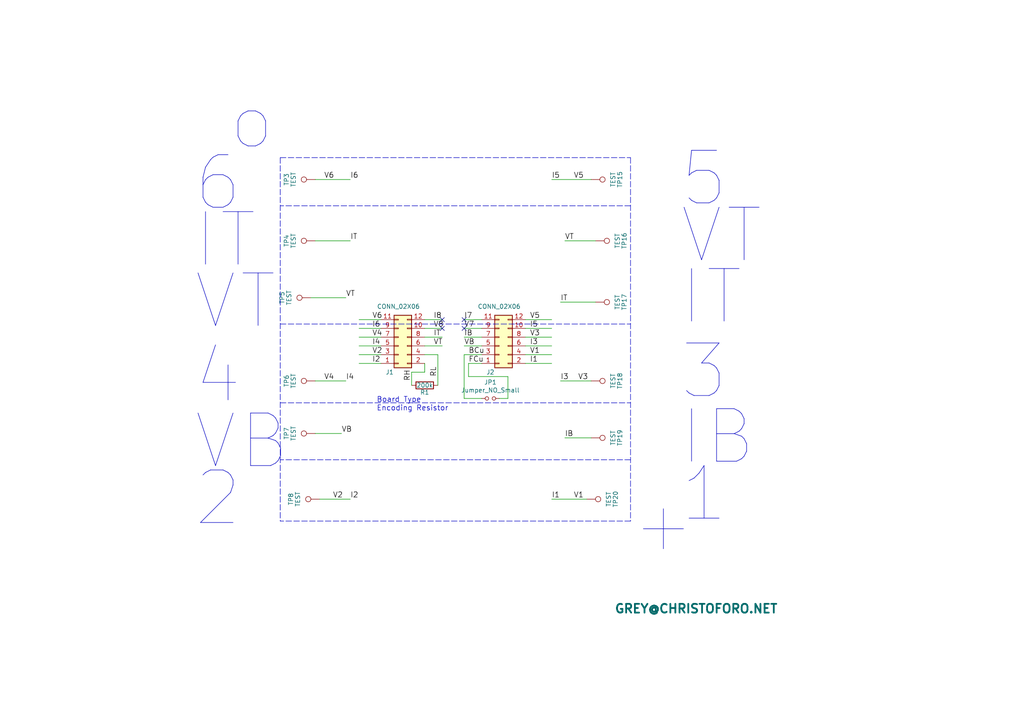
<source format=kicad_sch>
(kicad_sch (version 20211123) (generator eeschema)
  (paper "A4")
  (lib_symbols
    (symbol "Connector_Generic:Conn_02x06_Odd_Even" (pin_names (offset 1.016) hide)
      (property "Reference" "J" (at 1.27 7.62 0))
      (property "Value" "Conn_02x06_Odd_Even" (at 1.27 -10.16 0))
      (symbol "Conn_02x06_Odd_Even_1_1"
        (rectangle (start -1.27 -7.493) (end 0 -7.747) (stroke (width 0.1524)))
        (rectangle (start -1.27 -4.953) (end 0 -5.207) (stroke (width 0.1524)))
        (rectangle (start -1.27 -2.413) (end 0 -2.667) (stroke (width 0.1524)))
        (rectangle (start -1.27 0.127) (end 0 -0.127) (stroke (width 0.1524)))
        (rectangle (start -1.27 2.667) (end 0 2.413) (stroke (width 0.1524)))
        (rectangle (start -1.27 5.207) (end 0 4.953) (stroke (width 0.1524)))
        (rectangle (start -1.27 6.35) (end 3.81 -8.89) (stroke (width 0.254)) (fill (type background)))
        (rectangle (start 3.81 -7.493) (end 2.54 -7.747) (stroke (width 0.1524)))
        (rectangle (start 3.81 -4.953) (end 2.54 -5.207) (stroke (width 0.1524)))
        (rectangle (start 3.81 -2.413) (end 2.54 -2.667) (stroke (width 0.1524)))
        (rectangle (start 3.81 0.127) (end 2.54 -0.127) (stroke (width 0.1524)))
        (rectangle (start 3.81 2.667) (end 2.54 2.413) (stroke (width 0.1524)))
        (rectangle (start 3.81 5.207) (end 2.54 4.953) (stroke (width 0.1524)))
        (pin passive line (at -5.08 5.08 0) (length 3.81) (name "Pin_1") (number "1"))
        (pin passive line (at 7.62 -5.08 180) (length 3.81) (name "Pin_10") (number "10"))
        (pin passive line (at -5.08 -7.62 0) (length 3.81) (name "Pin_11") (number "11"))
        (pin passive line (at 7.62 -7.62 180) (length 3.81) (name "Pin_12") (number "12"))
        (pin passive line (at 7.62 5.08 180) (length 3.81) (name "Pin_2") (number "2"))
        (pin passive line (at -5.08 2.54 0) (length 3.81) (name "Pin_3") (number "3"))
        (pin passive line (at 7.62 2.54 180) (length 3.81) (name "Pin_4") (number "4"))
        (pin passive line (at -5.08 0 0) (length 3.81) (name "Pin_5") (number "5"))
        (pin passive line (at 7.62 0 180) (length 3.81) (name "Pin_6") (number "6"))
        (pin passive line (at -5.08 -2.54 0) (length 3.81) (name "Pin_7") (number "7"))
        (pin passive line (at 7.62 -2.54 180) (length 3.81) (name "Pin_8") (number "8"))
        (pin passive line (at -5.08 -5.08 0) (length 3.81) (name "Pin_9") (number "9"))
      )
    )
    (symbol "Device:R" (pin_numbers hide) (pin_names (offset 0))
      (property "Reference" "R" (at 2.032 0 90))
      (property "Value" "R" (at 0 0 90))
      (symbol "R_0_1"
        (rectangle (start -1.016 -2.54) (end 1.016 2.54) (stroke (width 0.254)))
      )
      (symbol "R_1_1"
        (pin passive line (at 0 3.81 270) (length 1.27) (name "~") (number "1"))
        (pin passive line (at 0 -3.81 90) (length 1.27) (name "~") (number "2"))
      )
    )
    (symbol "mockup-rescue:GREY@CHRISTOFORO.NET-myParts" (pin_numbers hide) (pin_names (offset 0) hide)
      (property "Value" "GREY@CHRISTOFORO.NET-myParts" (at 0 0 0))
    )
    (symbol "mockup-rescue:Jumper_NO_Small-Device" (pin_numbers hide) (pin_names (offset 0.762) hide)
      (property "Reference" "JP" (at 0 2.032 0))
      (property "Value" "Jumper_NO_Small-Device" (at 0.254 -1.524 0))
      (symbol "Jumper_NO_Small-Device_0_1"
        (circle (center -1.016 0) (radius 0.508))
        (circle (center 1.016 0) (radius 0.508))
        (pin passive line (at -2.54 0 0) (length 1.016) (name "1") (number "1"))
        (pin passive line (at 2.54 0 180) (length 1.016) (name "2") (number "2"))
      )
    )
    (symbol "mockup-rescue:Test_Point-Connector_Specialized" (pin_numbers hide) (pin_names (offset 0.762) hide)
      (property "Reference" "TP" (at 0 6.858 0))
      (property "Value" "Test_Point-Connector_Specialized" (at 0 5.08 0))
      (symbol "Test_Point-Connector_Specialized_0_1"
        (circle (center 0 3.302) (radius 0.762))
      )
      (symbol "Test_Point-Connector_Specialized_1_1"
        (pin passive line (at 0 0 90) (length 2.54) (name "1") (number "1"))
      )
    )
  )
  (no_connect (at 134.62 95.25))
  (no_connect (at 134.62 92.71))
  (no_connect (at 128.27 92.71))
  (no_connect (at 128.27 95.25))
  (wire (pts (xy 104.14 102.87) (xy 110.49 102.87)))
  (polyline (pts (xy 182.88 45.72) (xy 182.88 151.13)))
  (polyline (pts (xy 81.28 93.98) (xy 182.88 93.98)))
  (wire (pts (xy 152.4 105.41) (xy 160.02 105.41)))
  (wire (pts (xy 104.14 105.41) (xy 110.49 105.41)))
  (wire (pts (xy 134.62 102.87) (xy 134.62 115.57)))
  (polyline (pts (xy 182.88 59.69) (xy 81.28 59.69)))
  (wire (pts (xy 119.38 107.95) (xy 123.19 107.95)))
  (wire (pts (xy 160.02 102.87) (xy 152.4 102.87)))
  (wire (pts (xy 104.14 100.33) (xy 110.49 100.33)))
  (wire (pts (xy 172.72 87.63) (xy 162.56 87.63)))
  (wire (pts (xy 139.7 100.33) (xy 134.62 100.33)))
  (wire (pts (xy 171.45 127) (xy 163.83 127)))
  (wire (pts (xy 91.44 52.07) (xy 101.6 52.07)))
  (wire (pts (xy 160.02 100.33) (xy 152.4 100.33)))
  (wire (pts (xy 170.18 144.78) (xy 160.02 144.78)))
  (wire (pts (xy 160.02 97.79) (xy 152.4 97.79)))
  (wire (pts (xy 139.7 102.87) (xy 134.62 102.87)))
  (wire (pts (xy 134.62 115.57) (xy 139.7 115.57)))
  (wire (pts (xy 135.89 105.41) (xy 139.7 105.41)))
  (wire (pts (xy 90.17 86.36) (xy 100.33 86.36)))
  (wire (pts (xy 152.4 95.25) (xy 160.02 95.25)))
  (wire (pts (xy 104.14 92.71) (xy 110.49 92.71)))
  (wire (pts (xy 171.45 52.07) (xy 160.02 52.07)))
  (wire (pts (xy 135.89 109.22) (xy 147.32 109.22)))
  (wire (pts (xy 92.71 144.78) (xy 101.6 144.78)))
  (wire (pts (xy 139.7 97.79) (xy 134.62 97.79)))
  (wire (pts (xy 104.14 97.79) (xy 110.49 97.79)))
  (wire (pts (xy 123.19 95.25) (xy 128.27 95.25)))
  (wire (pts (xy 91.44 125.73) (xy 99.06 125.73)))
  (wire (pts (xy 171.45 110.49) (xy 162.56 110.49)))
  (wire (pts (xy 123.19 107.95) (xy 123.19 105.41)))
  (wire (pts (xy 139.7 95.25) (xy 134.62 95.25)))
  (wire (pts (xy 147.32 115.57) (xy 144.78 115.57)))
  (wire (pts (xy 119.38 111.76) (xy 119.38 107.95)))
  (polyline (pts (xy 81.28 45.72) (xy 81.28 151.13)))
  (wire (pts (xy 172.72 69.85) (xy 163.83 69.85)))
  (wire (pts (xy 110.49 95.25) (xy 104.14 95.25)))
  (wire (pts (xy 127 102.87) (xy 123.19 102.87)))
  (wire (pts (xy 127 111.76) (xy 127 102.87)))
  (wire (pts (xy 91.44 110.49) (xy 100.33 110.49)))
  (wire (pts (xy 123.19 100.33) (xy 128.27 100.33)))
  (wire (pts (xy 147.32 109.22) (xy 147.32 115.57)))
  (polyline (pts (xy 182.88 151.13) (xy 81.28 151.13)))
  (wire (pts (xy 91.44 69.85) (xy 101.6 69.85)))
  (wire (pts (xy 123.19 97.79) (xy 128.27 97.79)))
  (polyline (pts (xy 81.28 116.84) (xy 182.88 116.84)))
  (polyline (pts (xy 182.88 133.35) (xy 81.28 133.35)))
  (polyline (pts (xy 81.28 45.72) (xy 182.88 45.72)))
  (wire (pts (xy 135.89 105.41) (xy 135.89 109.22)))
  (wire (pts (xy 139.7 92.71) (xy 134.62 92.71)))
  (wire (pts (xy 152.4 92.71) (xy 160.02 92.71)))
  (wire (pts (xy 123.19 92.71) (xy 128.27 92.71)))
  (text "+" (at 182.88 161.29 0) (effects (font (size 15.24 15.24)) (justify left bottom)))
  (text "IT" (at 196.85 95.25 0) (effects (font (size 15.24 15.24)) (justify left bottom)))
  (text "6" (at 55.88 62.23 0) (effects (font (size 15.24 15.24)) (justify left bottom)))
  (text "2" (at 55.88 153.67 0) (effects (font (size 15.24 15.24)) (justify left bottom)))
  (text "IT" (at 55.88 78.74 0) (effects (font (size 15.24 15.24)) (justify left bottom)))
  (text "VB" (at 55.88 137.16 0) (effects (font (size 15.24 15.24)) (justify left bottom)))
  (text "VT" (at 55.88 96.52 0) (effects (font (size 15.24 15.24)) (justify left bottom)))
  (text "4" (at 55.88 118.11 0) (effects (font (size 15.24 15.24)) (justify left bottom)))
  (text "Board Type\nEncoding Resistor" (at 109.22 119.38 0) (effects (font (size 1.524 1.524)) (justify left bottom)))
  (text "VT" (at 196.85 77.47 0) (effects (font (size 15.24 15.24)) (justify left bottom)))
  (text "3" (at 196.85 116.84 0) (effects (font (size 15.24 15.24)) (justify left bottom)))
  (text "o" (at 66.04 44.45 0) (effects (font (size 15.24 15.24)) (justify left bottom)))
  (text "1" (at 196.85 152.4 0) (effects (font (size 15.24 15.24)) (justify left bottom)))
  (text "5" (at 196.85 60.96 0) (effects (font (size 15.24 15.24)) (justify left bottom)))
  (text "IB" (at 196.85 135.89 0) (effects (font (size 15.24 15.24)) (justify left bottom)))
  (label "I8" (at 125.73 92.71 0) (effects (font (size 1.524 1.524))))
  (label "VT" (at 125.73 100.33 0) (effects (font (size 1.524 1.524))))
  (label "IT" (at 125.73 97.79 0) (effects (font (size 1.524 1.524))))
  (label "V8" (at 125.73 95.25 0) (effects (font (size 1.524 1.524))))
  (label "I5" (at 160.02 52.07 0) (effects (font (size 1.524 1.524))))
  (label "I2" (at 101.6 144.78 0) (effects (font (size 1.524 1.524))))
  (label "VB" (at 134.62 100.33 0) (effects (font (size 1.524 1.524))))
  (label "I1" (at 153.67 105.41 0) (effects (font (size 1.524 1.524))))
  (label "V4" (at 93.98 110.49 0) (effects (font (size 1.524 1.524))))
  (label "V6" (at 107.95 92.71 0) (effects (font (size 1.524 1.524))))
  (label "RH" (at 119.38 110.49 90) (effects (font (size 1.524 1.524))))
  (label "IB" (at 163.83 127 0) (effects (font (size 1.524 1.524))))
  (label "I7" (at 134.62 92.71 0) (effects (font (size 1.524 1.524))))
  (label "I3" (at 162.56 110.49 0) (effects (font (size 1.524 1.524))))
  (label "IT" (at 162.56 87.63 0) (effects (font (size 1.524 1.524))))
  (label "V2" (at 96.52 144.78 0) (effects (font (size 1.524 1.524))))
  (label "V6" (at 93.98 52.07 0) (effects (font (size 1.524 1.524))))
  (label "I4" (at 107.95 100.33 0) (effects (font (size 1.524 1.524))))
  (label "I3" (at 153.67 100.33 0) (effects (font (size 1.524 1.524))))
  (label "RL" (at 127 109.22 90) (effects (font (size 1.524 1.524))))
  (label "V1" (at 153.67 102.87 0) (effects (font (size 1.524 1.524))))
  (label "V5" (at 166.37 52.07 0) (effects (font (size 1.524 1.524))))
  (label "BCu" (at 135.89 102.87 0) (effects (font (size 1.524 1.524))))
  (label "V3" (at 153.67 97.79 0) (effects (font (size 1.524 1.524))))
  (label "I1" (at 160.02 144.78 0) (effects (font (size 1.524 1.524))))
  (label "VT" (at 100.33 86.36 0) (effects (font (size 1.524 1.524))))
  (label "I6" (at 101.6 52.07 0) (effects (font (size 1.524 1.524))))
  (label "VT" (at 163.83 69.85 0) (effects (font (size 1.524 1.524))))
  (label "I6" (at 107.95 95.25 0) (effects (font (size 1.524 1.524))))
  (label "V4" (at 107.95 97.79 0) (effects (font (size 1.524 1.524))))
  (label "I4" (at 100.33 110.49 0) (effects (font (size 1.524 1.524))))
  (label "VB" (at 99.06 125.73 0) (effects (font (size 1.524 1.524))))
  (label "FCu" (at 135.89 105.41 0) (effects (font (size 1.524 1.524))))
  (label "IB" (at 134.62 97.79 0) (effects (font (size 1.524 1.524))))
  (label "IT" (at 101.6 69.85 0) (effects (font (size 1.524 1.524))))
  (label "V1" (at 166.37 144.78 0) (effects (font (size 1.524 1.524))))
  (label "I5" (at 153.67 95.25 0) (effects (font (size 1.524 1.524))))
  (label "V7" (at 134.62 95.25 0) (effects (font (size 1.524 1.524))))
  (label "V2" (at 107.95 102.87 0) (effects (font (size 1.524 1.524))))
  (label "I2" (at 107.95 105.41 0) (effects (font (size 1.524 1.524))))
  (label "V3" (at 167.64 110.49 0) (effects (font (size 1.524 1.524))))
  (label "V5" (at 153.67 92.71 0) (effects (font (size 1.524 1.524))))
  (symbol (lib_id "mockup-rescue:Test_Point-Connector_Specialized") (at 91.44 110.49 90) (unit 1)
    (property "Reference" "TP6" (at 83.82 110.49 0) (effects (justify bottom)))
    (property "Value" "TEST" (at 85.09 110.49 0))
    (property "Footprint" "myParts:S25-022+P25-4023" (effects hide))
  )
  (symbol (lib_id "mockup-rescue:Test_Point-Connector_Specialized") (at 90.17 86.36 90) (unit 1)
    (property "Reference" "TP5" (at 82.55 86.36 0) (effects (justify bottom)))
    (property "Value" "TEST" (at 83.82 86.36 0))
    (property "Footprint" "myParts:S25-022+P25-4023" (effects hide))
  )
  (symbol (lib_id "mockup-rescue:Test_Point-Connector_Specialized") (at 92.71 144.78 90) (unit 1)
    (property "Reference" "TP8" (at 85.09 144.78 0) (effects (justify bottom)))
    (property "Value" "TEST" (at 86.36 144.78 0))
    (property "Footprint" "myParts:S25-022+P25-4023" (effects hide))
  )
  (symbol (lib_id "mockup-rescue:Test_Point-Connector_Specialized") (at 91.44 125.73 90) (unit 1)
    (property "Reference" "TP7" (at 83.82 125.73 0) (effects (justify bottom)))
    (property "Value" "TEST" (at 85.09 125.73 0))
    (property "Footprint" "myParts:S25-022+P25-4023" (effects hide))
  )
  (symbol (lib_id "mockup-rescue:Test_Point-Connector_Specialized") (at 91.44 69.85 90) (unit 1)
    (property "Reference" "TP4" (at 83.82 69.85 0) (effects (justify bottom)))
    (property "Value" "TEST" (at 85.09 69.85 0))
    (property "Footprint" "myParts:S25-022+P25-4023" (effects hide))
  )
  (symbol (lib_id "mockup-rescue:Test_Point-Connector_Specialized") (at 91.44 52.07 90) (unit 1)
    (property "Reference" "TP3" (at 83.82 52.07 0) (effects (justify bottom)))
    (property "Value" "TEST" (at 85.09 52.07 0))
    (property "Footprint" "myParts:S25-022+P25-4023" (effects hide))
  )
  (symbol (lib_id "mockup-rescue:Test_Point-Connector_Specialized") (at 171.45 110.49 270) (mirror x) (unit 1)
    (property "Reference" "TP18" (at 179.07 110.49 0) (effects (justify bottom)))
    (property "Value" "TEST" (at 177.8 110.49 0))
    (property "Footprint" "myParts:S25-022+P25-4023" (effects hide))
  )
  (symbol (lib_id "mockup-rescue:Test_Point-Connector_Specialized") (at 172.72 87.63 270) (mirror x) (unit 1)
    (property "Reference" "TP17" (at 180.34 87.63 0) (effects (justify bottom)))
    (property "Value" "TEST" (at 179.07 87.63 0))
    (property "Footprint" "myParts:S25-022+P25-4023" (effects hide))
  )
  (symbol (lib_id "mockup-rescue:Test_Point-Connector_Specialized") (at 170.18 144.78 270) (mirror x) (unit 1)
    (property "Reference" "TP20" (at 177.8 144.78 0) (effects (justify bottom)))
    (property "Value" "TEST" (at 176.53 144.78 0))
    (property "Footprint" "myParts:S25-022+P25-4023" (effects hide))
  )
  (symbol (lib_id "mockup-rescue:Test_Point-Connector_Specialized") (at 171.45 127 270) (mirror x) (unit 1)
    (property "Reference" "TP19" (at 179.07 127 0) (effects (justify bottom)))
    (property "Value" "TEST" (at 177.8 127 0))
    (property "Footprint" "myParts:S25-022+P25-4023" (effects hide))
  )
  (symbol (lib_id "mockup-rescue:Test_Point-Connector_Specialized") (at 172.72 69.85 270) (mirror x) (unit 1)
    (property "Reference" "TP16" (at 180.34 69.85 0) (effects (justify bottom)))
    (property "Value" "TEST" (at 179.07 69.85 0))
    (property "Footprint" "myParts:S25-022+P25-4023" (effects hide))
  )
  (symbol (lib_id "mockup-rescue:Test_Point-Connector_Specialized") (at 171.45 52.07 270) (mirror x) (unit 1)
    (property "Reference" "TP15" (at 179.07 52.07 0) (effects (justify bottom)))
    (property "Value" "TEST" (at 177.8 52.07 0))
    (property "Footprint" "myParts:S25-022+P25-4023" (effects hide))
  )
  (symbol (lib_id "Connector_Generic:Conn_02x06_Odd_Even") (at 115.57 100.33 0) (mirror x) (unit 1)
    (property "Reference" "J1" (at 113.03 107.95 0))
    (property "Value" "CONN_02X06" (at 115.57 88.9 0))
    (property "Footprint" "Connector_PinSocket_2.54mm:PinSocket_2x06_P2.54mm_Vertical_SMD" (effects hide))
  )
  (symbol (lib_id "Connector_Generic:Conn_02x06_Odd_Even") (at 144.78 100.33 0) (mirror x) (unit 1)
    (property "Reference" "J2" (at 142.24 107.95 0))
    (property "Value" "CONN_02X06" (at 144.78 88.9 0))
    (property "Footprint" "Connector_PinSocket_2.54mm:PinSocket_2x06_P2.54mm_Vertical_SMD" (effects hide))
  )
  (symbol (lib_id "Device:R") (at 123.19 111.76 270) (unit 1)
    (property "Reference" "R1" (at 123.19 113.792 90))
    (property "Value" "200k" (at 123.19 111.76 90))
    (property "Footprint" "Resistor_SMD:R_1206_3216Metric" (effects hide))
  )
  (symbol (lib_id "mockup-rescue:GREY@CHRISTOFORO.NET-myParts") (at 201.93 176.53 0) (unit 1)
    (property "Reference" "L1" (effects hide))
    (property "Value" "GREY@CHRISTOFORO.NET" (at 201.93 176.53 0) (effects (font (size 2.54 2.54) bold)))
    (property "Footprint" "myParts:logo_small" (effects hide))
  )
  (symbol (lib_id "mockup-rescue:Jumper_NO_Small-Device") (at 142.24 115.57 0) (unit 1)
    (property "Reference" "JP1" (at 142.24 110.871 0))
    (property "Value" "Jumper_NO_Small" (at 142.24 113.1824 0))
    (property "Footprint" "Jumper:SolderJumper-2_P1.3mm_Open_RoundedPad1.0x1.5mm" (effects hide))
  )
)
</source>
